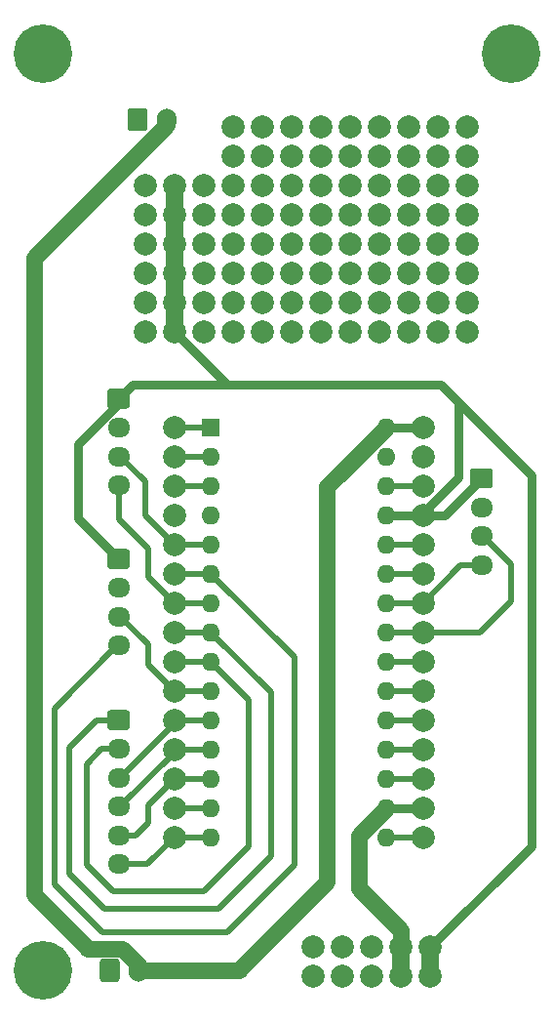
<source format=gbr>
G04 #@! TF.GenerationSoftware,KiCad,Pcbnew,(5.1.4)-1*
G04 #@! TF.CreationDate,2020-02-11T18:39:35-06:00*
G04 #@! TF.ProjectId,ArduinoBreakoutboardControl,41726475-696e-46f4-9272-65616b6f7574,rev?*
G04 #@! TF.SameCoordinates,Original*
G04 #@! TF.FileFunction,Copper,L1,Top*
G04 #@! TF.FilePolarity,Positive*
%FSLAX46Y46*%
G04 Gerber Fmt 4.6, Leading zero omitted, Abs format (unit mm)*
G04 Created by KiCad (PCBNEW (5.1.4)-1) date 2020-02-11 18:39:35*
%MOMM*%
%LPD*%
G04 APERTURE LIST*
%ADD10C,1.998980*%
%ADD11O,1.950000X1.700000*%
%ADD12C,0.100000*%
%ADD13C,1.700000*%
%ADD14O,1.600000X1.600000*%
%ADD15R,1.600000X1.600000*%
%ADD16O,1.700000X2.000000*%
%ADD17C,5.080000*%
%ADD18C,0.500000*%
%ADD19C,0.457200*%
%ADD20C,1.397000*%
%ADD21C,0.762000*%
%ADD22C,1.524000*%
G04 APERTURE END LIST*
D10*
X140970000Y-86995000D03*
D11*
X136144000Y-90685000D03*
X136144000Y-88185000D03*
X136144000Y-85685000D03*
D12*
G36*
X136893504Y-82336204D02*
G01*
X136917773Y-82339804D01*
X136941571Y-82345765D01*
X136964671Y-82354030D01*
X136986849Y-82364520D01*
X137007893Y-82377133D01*
X137027598Y-82391747D01*
X137045777Y-82408223D01*
X137062253Y-82426402D01*
X137076867Y-82446107D01*
X137089480Y-82467151D01*
X137099970Y-82489329D01*
X137108235Y-82512429D01*
X137114196Y-82536227D01*
X137117796Y-82560496D01*
X137119000Y-82585000D01*
X137119000Y-83785000D01*
X137117796Y-83809504D01*
X137114196Y-83833773D01*
X137108235Y-83857571D01*
X137099970Y-83880671D01*
X137089480Y-83902849D01*
X137076867Y-83923893D01*
X137062253Y-83943598D01*
X137045777Y-83961777D01*
X137027598Y-83978253D01*
X137007893Y-83992867D01*
X136986849Y-84005480D01*
X136964671Y-84015970D01*
X136941571Y-84024235D01*
X136917773Y-84030196D01*
X136893504Y-84033796D01*
X136869000Y-84035000D01*
X135419000Y-84035000D01*
X135394496Y-84033796D01*
X135370227Y-84030196D01*
X135346429Y-84024235D01*
X135323329Y-84015970D01*
X135301151Y-84005480D01*
X135280107Y-83992867D01*
X135260402Y-83978253D01*
X135242223Y-83961777D01*
X135225747Y-83943598D01*
X135211133Y-83923893D01*
X135198520Y-83902849D01*
X135188030Y-83880671D01*
X135179765Y-83857571D01*
X135173804Y-83833773D01*
X135170204Y-83809504D01*
X135169000Y-83785000D01*
X135169000Y-82585000D01*
X135170204Y-82560496D01*
X135173804Y-82536227D01*
X135179765Y-82512429D01*
X135188030Y-82489329D01*
X135198520Y-82467151D01*
X135211133Y-82446107D01*
X135225747Y-82426402D01*
X135242223Y-82408223D01*
X135260402Y-82391747D01*
X135280107Y-82377133D01*
X135301151Y-82364520D01*
X135323329Y-82354030D01*
X135346429Y-82345765D01*
X135370227Y-82339804D01*
X135394496Y-82336204D01*
X135419000Y-82335000D01*
X136869000Y-82335000D01*
X136893504Y-82336204D01*
X136893504Y-82336204D01*
G37*
D13*
X136144000Y-83185000D03*
D14*
X159385000Y-107315000D03*
X144145000Y-107315000D03*
X159385000Y-71755000D03*
X144145000Y-104775000D03*
X159385000Y-74295000D03*
X144145000Y-102235000D03*
X159385000Y-76835000D03*
X144145000Y-99695000D03*
X159385000Y-79375000D03*
X144145000Y-97155000D03*
X159385000Y-81915000D03*
X144145000Y-94615000D03*
X159385000Y-84455000D03*
X144145000Y-92075000D03*
X159385000Y-86995000D03*
X144145000Y-89535000D03*
X159385000Y-89535000D03*
X144145000Y-86995000D03*
X159385000Y-92075000D03*
X144145000Y-84455000D03*
X159385000Y-94615000D03*
X144145000Y-81915000D03*
X159385000Y-97155000D03*
X144145000Y-79375000D03*
X159385000Y-99695000D03*
X144145000Y-76835000D03*
X159385000Y-102235000D03*
X144145000Y-74295000D03*
X159385000Y-104775000D03*
D15*
X144145000Y-71755000D03*
D10*
X166370000Y-55880000D03*
X161290000Y-60960000D03*
X161290000Y-55880000D03*
X161290000Y-48260000D03*
X158750000Y-45720000D03*
X156210000Y-45720000D03*
X153670000Y-45720000D03*
X151130000Y-45720000D03*
X163830000Y-53340000D03*
X166370000Y-48260000D03*
X166370000Y-53340000D03*
X163830000Y-63500000D03*
X163830000Y-60960000D03*
X163830000Y-55880000D03*
X163830000Y-50800000D03*
X163830000Y-45720000D03*
X166370000Y-60960000D03*
X166370000Y-58420000D03*
X166370000Y-50800000D03*
X166370000Y-63500000D03*
X166370000Y-45720000D03*
X163830000Y-58420000D03*
X163830000Y-48260000D03*
X161290000Y-63500000D03*
X161290000Y-58420000D03*
X161290000Y-53340000D03*
X161290000Y-50800000D03*
X161290000Y-45720000D03*
X158750000Y-48260000D03*
X156210000Y-48260000D03*
X153670000Y-48260000D03*
X151130000Y-48260000D03*
X148590000Y-45720000D03*
X146050000Y-48260000D03*
X146050000Y-45720000D03*
X158750000Y-63500000D03*
X158750000Y-53340000D03*
X158750000Y-50800000D03*
X156210000Y-63500000D03*
X148590000Y-48260000D03*
X156210000Y-60960000D03*
X156210000Y-58420000D03*
X156210000Y-55880000D03*
X156210000Y-53340000D03*
X158750000Y-55880000D03*
X158750000Y-58420000D03*
X156210000Y-50800000D03*
X158750000Y-60960000D03*
X148590000Y-50800000D03*
X153670000Y-60960000D03*
X146050000Y-63500000D03*
X146050000Y-60960000D03*
X146050000Y-53340000D03*
X146050000Y-55880000D03*
X151130000Y-50800000D03*
X146050000Y-50800000D03*
X143510000Y-60960000D03*
X143510000Y-50800000D03*
X153670000Y-63500000D03*
X153670000Y-50800000D03*
X151130000Y-60960000D03*
X153670000Y-58420000D03*
X153670000Y-55880000D03*
X153670000Y-53340000D03*
X151130000Y-63500000D03*
X151130000Y-55880000D03*
X151130000Y-53340000D03*
X148590000Y-58420000D03*
X148590000Y-55880000D03*
X148590000Y-53340000D03*
X148590000Y-60960000D03*
X143510000Y-63500000D03*
X146050000Y-58420000D03*
X143510000Y-58420000D03*
X151130000Y-58420000D03*
X148590000Y-63500000D03*
X143510000Y-55880000D03*
X143510000Y-53340000D03*
X140970000Y-50800000D03*
X140970000Y-53340000D03*
X138430000Y-63500000D03*
X138430000Y-60960000D03*
X138430000Y-58420000D03*
X140970000Y-60960000D03*
X140970000Y-58420000D03*
X140970000Y-55880000D03*
X140970000Y-63500000D03*
X138430000Y-50800000D03*
X138430000Y-53340000D03*
X138430000Y-55880000D03*
D11*
X136144000Y-109655000D03*
X136144000Y-107155000D03*
X136144000Y-104655000D03*
X136144000Y-102155000D03*
X136144000Y-99655000D03*
D12*
G36*
X136893504Y-96306204D02*
G01*
X136917773Y-96309804D01*
X136941571Y-96315765D01*
X136964671Y-96324030D01*
X136986849Y-96334520D01*
X137007893Y-96347133D01*
X137027598Y-96361747D01*
X137045777Y-96378223D01*
X137062253Y-96396402D01*
X137076867Y-96416107D01*
X137089480Y-96437151D01*
X137099970Y-96459329D01*
X137108235Y-96482429D01*
X137114196Y-96506227D01*
X137117796Y-96530496D01*
X137119000Y-96555000D01*
X137119000Y-97755000D01*
X137117796Y-97779504D01*
X137114196Y-97803773D01*
X137108235Y-97827571D01*
X137099970Y-97850671D01*
X137089480Y-97872849D01*
X137076867Y-97893893D01*
X137062253Y-97913598D01*
X137045777Y-97931777D01*
X137027598Y-97948253D01*
X137007893Y-97962867D01*
X136986849Y-97975480D01*
X136964671Y-97985970D01*
X136941571Y-97994235D01*
X136917773Y-98000196D01*
X136893504Y-98003796D01*
X136869000Y-98005000D01*
X135419000Y-98005000D01*
X135394496Y-98003796D01*
X135370227Y-98000196D01*
X135346429Y-97994235D01*
X135323329Y-97985970D01*
X135301151Y-97975480D01*
X135280107Y-97962867D01*
X135260402Y-97948253D01*
X135242223Y-97931777D01*
X135225747Y-97913598D01*
X135211133Y-97893893D01*
X135198520Y-97872849D01*
X135188030Y-97850671D01*
X135179765Y-97827571D01*
X135173804Y-97803773D01*
X135170204Y-97779504D01*
X135169000Y-97755000D01*
X135169000Y-96555000D01*
X135170204Y-96530496D01*
X135173804Y-96506227D01*
X135179765Y-96482429D01*
X135188030Y-96459329D01*
X135198520Y-96437151D01*
X135211133Y-96416107D01*
X135225747Y-96396402D01*
X135242223Y-96378223D01*
X135260402Y-96361747D01*
X135280107Y-96347133D01*
X135301151Y-96334520D01*
X135323329Y-96324030D01*
X135346429Y-96315765D01*
X135370227Y-96309804D01*
X135394496Y-96306204D01*
X135419000Y-96305000D01*
X136869000Y-96305000D01*
X136893504Y-96306204D01*
X136893504Y-96306204D01*
G37*
D13*
X136144000Y-97155000D03*
D16*
X137882000Y-118872000D03*
D12*
G36*
X136006504Y-117873204D02*
G01*
X136030773Y-117876804D01*
X136054571Y-117882765D01*
X136077671Y-117891030D01*
X136099849Y-117901520D01*
X136120893Y-117914133D01*
X136140598Y-117928747D01*
X136158777Y-117945223D01*
X136175253Y-117963402D01*
X136189867Y-117983107D01*
X136202480Y-118004151D01*
X136212970Y-118026329D01*
X136221235Y-118049429D01*
X136227196Y-118073227D01*
X136230796Y-118097496D01*
X136232000Y-118122000D01*
X136232000Y-119622000D01*
X136230796Y-119646504D01*
X136227196Y-119670773D01*
X136221235Y-119694571D01*
X136212970Y-119717671D01*
X136202480Y-119739849D01*
X136189867Y-119760893D01*
X136175253Y-119780598D01*
X136158777Y-119798777D01*
X136140598Y-119815253D01*
X136120893Y-119829867D01*
X136099849Y-119842480D01*
X136077671Y-119852970D01*
X136054571Y-119861235D01*
X136030773Y-119867196D01*
X136006504Y-119870796D01*
X135982000Y-119872000D01*
X134782000Y-119872000D01*
X134757496Y-119870796D01*
X134733227Y-119867196D01*
X134709429Y-119861235D01*
X134686329Y-119852970D01*
X134664151Y-119842480D01*
X134643107Y-119829867D01*
X134623402Y-119815253D01*
X134605223Y-119798777D01*
X134588747Y-119780598D01*
X134574133Y-119760893D01*
X134561520Y-119739849D01*
X134551030Y-119717671D01*
X134542765Y-119694571D01*
X134536804Y-119670773D01*
X134533204Y-119646504D01*
X134532000Y-119622000D01*
X134532000Y-118122000D01*
X134533204Y-118097496D01*
X134536804Y-118073227D01*
X134542765Y-118049429D01*
X134551030Y-118026329D01*
X134561520Y-118004151D01*
X134574133Y-117983107D01*
X134588747Y-117963402D01*
X134605223Y-117945223D01*
X134623402Y-117928747D01*
X134643107Y-117914133D01*
X134664151Y-117901520D01*
X134686329Y-117891030D01*
X134709429Y-117882765D01*
X134733227Y-117876804D01*
X134757496Y-117873204D01*
X134782000Y-117872000D01*
X135982000Y-117872000D01*
X136006504Y-117873204D01*
X136006504Y-117873204D01*
G37*
D13*
X135382000Y-118872000D03*
D10*
X162560000Y-89535000D03*
D11*
X167640000Y-83700000D03*
X167640000Y-81200000D03*
X167640000Y-78700000D03*
D12*
G36*
X168389504Y-75351204D02*
G01*
X168413773Y-75354804D01*
X168437571Y-75360765D01*
X168460671Y-75369030D01*
X168482849Y-75379520D01*
X168503893Y-75392133D01*
X168523598Y-75406747D01*
X168541777Y-75423223D01*
X168558253Y-75441402D01*
X168572867Y-75461107D01*
X168585480Y-75482151D01*
X168595970Y-75504329D01*
X168604235Y-75527429D01*
X168610196Y-75551227D01*
X168613796Y-75575496D01*
X168615000Y-75600000D01*
X168615000Y-76800000D01*
X168613796Y-76824504D01*
X168610196Y-76848773D01*
X168604235Y-76872571D01*
X168595970Y-76895671D01*
X168585480Y-76917849D01*
X168572867Y-76938893D01*
X168558253Y-76958598D01*
X168541777Y-76976777D01*
X168523598Y-76993253D01*
X168503893Y-77007867D01*
X168482849Y-77020480D01*
X168460671Y-77030970D01*
X168437571Y-77039235D01*
X168413773Y-77045196D01*
X168389504Y-77048796D01*
X168365000Y-77050000D01*
X166915000Y-77050000D01*
X166890496Y-77048796D01*
X166866227Y-77045196D01*
X166842429Y-77039235D01*
X166819329Y-77030970D01*
X166797151Y-77020480D01*
X166776107Y-77007867D01*
X166756402Y-76993253D01*
X166738223Y-76976777D01*
X166721747Y-76958598D01*
X166707133Y-76938893D01*
X166694520Y-76917849D01*
X166684030Y-76895671D01*
X166675765Y-76872571D01*
X166669804Y-76848773D01*
X166666204Y-76824504D01*
X166665000Y-76800000D01*
X166665000Y-75600000D01*
X166666204Y-75575496D01*
X166669804Y-75551227D01*
X166675765Y-75527429D01*
X166684030Y-75504329D01*
X166694520Y-75482151D01*
X166707133Y-75461107D01*
X166721747Y-75441402D01*
X166738223Y-75423223D01*
X166756402Y-75406747D01*
X166776107Y-75392133D01*
X166797151Y-75379520D01*
X166819329Y-75369030D01*
X166842429Y-75360765D01*
X166866227Y-75354804D01*
X166890496Y-75351204D01*
X166915000Y-75350000D01*
X168365000Y-75350000D01*
X168389504Y-75351204D01*
X168389504Y-75351204D01*
G37*
D13*
X167640000Y-76200000D03*
D10*
X162560000Y-74295000D03*
X158115000Y-116840000D03*
X140970000Y-104775000D03*
X163195000Y-116840000D03*
X153035000Y-116840000D03*
X140970000Y-97155000D03*
X140970000Y-89535000D03*
X140970000Y-84455000D03*
X155575000Y-116840000D03*
X153035000Y-119380000D03*
X162560000Y-107315000D03*
X162560000Y-92075000D03*
X162560000Y-104775000D03*
X162560000Y-84455000D03*
X162560000Y-94615000D03*
X162560000Y-86995000D03*
X160655000Y-116840000D03*
X163195000Y-119380000D03*
X162560000Y-99695000D03*
X162560000Y-81915000D03*
X158115000Y-119380000D03*
X162560000Y-102235000D03*
X162560000Y-97155000D03*
X155575000Y-119380000D03*
X160655000Y-119380000D03*
X162560000Y-79375000D03*
X162560000Y-76835000D03*
X162560000Y-71755000D03*
X140970000Y-107315000D03*
X140970000Y-102235000D03*
X140970000Y-99695000D03*
X140970000Y-94615000D03*
X140970000Y-92075000D03*
X140970000Y-76835000D03*
X140970000Y-71755000D03*
X140970000Y-79375000D03*
X140970000Y-74295000D03*
D11*
X136144000Y-76795000D03*
X136144000Y-74295000D03*
X136144000Y-71795000D03*
D12*
G36*
X136893594Y-68446203D02*
G01*
X136917853Y-68449802D01*
X136941642Y-68455761D01*
X136964733Y-68464023D01*
X136986902Y-68474508D01*
X137007937Y-68487116D01*
X137027635Y-68501725D01*
X137045806Y-68518194D01*
X137062275Y-68536365D01*
X137076884Y-68556063D01*
X137089492Y-68577098D01*
X137099977Y-68599267D01*
X137108239Y-68622358D01*
X137114198Y-68646147D01*
X137117797Y-68670406D01*
X137119000Y-68694900D01*
X137119000Y-69895100D01*
X137117797Y-69919594D01*
X137114198Y-69943853D01*
X137108239Y-69967642D01*
X137099977Y-69990733D01*
X137089492Y-70012902D01*
X137076884Y-70033937D01*
X137062275Y-70053635D01*
X137045806Y-70071806D01*
X137027635Y-70088275D01*
X137007937Y-70102884D01*
X136986902Y-70115492D01*
X136964733Y-70125977D01*
X136941642Y-70134239D01*
X136917853Y-70140198D01*
X136893594Y-70143797D01*
X136869100Y-70145000D01*
X135418900Y-70145000D01*
X135394406Y-70143797D01*
X135370147Y-70140198D01*
X135346358Y-70134239D01*
X135323267Y-70125977D01*
X135301098Y-70115492D01*
X135280063Y-70102884D01*
X135260365Y-70088275D01*
X135242194Y-70071806D01*
X135225725Y-70053635D01*
X135211116Y-70033937D01*
X135198508Y-70012902D01*
X135188023Y-69990733D01*
X135179761Y-69967642D01*
X135173802Y-69943853D01*
X135170203Y-69919594D01*
X135169000Y-69895100D01*
X135169000Y-68694900D01*
X135170203Y-68670406D01*
X135173802Y-68646147D01*
X135179761Y-68622358D01*
X135188023Y-68599267D01*
X135198508Y-68577098D01*
X135211116Y-68556063D01*
X135225725Y-68536365D01*
X135242194Y-68518194D01*
X135260365Y-68501725D01*
X135280063Y-68487116D01*
X135301098Y-68474508D01*
X135323267Y-68464023D01*
X135346358Y-68455761D01*
X135370147Y-68449802D01*
X135394406Y-68446203D01*
X135418900Y-68445000D01*
X136869100Y-68445000D01*
X136893594Y-68446203D01*
X136893594Y-68446203D01*
G37*
D13*
X136144000Y-69295000D03*
D10*
X140970000Y-81915000D03*
D16*
X140295000Y-45085000D03*
D12*
G36*
X138419504Y-44086204D02*
G01*
X138443773Y-44089804D01*
X138467571Y-44095765D01*
X138490671Y-44104030D01*
X138512849Y-44114520D01*
X138533893Y-44127133D01*
X138553598Y-44141747D01*
X138571777Y-44158223D01*
X138588253Y-44176402D01*
X138602867Y-44196107D01*
X138615480Y-44217151D01*
X138625970Y-44239329D01*
X138634235Y-44262429D01*
X138640196Y-44286227D01*
X138643796Y-44310496D01*
X138645000Y-44335000D01*
X138645000Y-45835000D01*
X138643796Y-45859504D01*
X138640196Y-45883773D01*
X138634235Y-45907571D01*
X138625970Y-45930671D01*
X138615480Y-45952849D01*
X138602867Y-45973893D01*
X138588253Y-45993598D01*
X138571777Y-46011777D01*
X138553598Y-46028253D01*
X138533893Y-46042867D01*
X138512849Y-46055480D01*
X138490671Y-46065970D01*
X138467571Y-46074235D01*
X138443773Y-46080196D01*
X138419504Y-46083796D01*
X138395000Y-46085000D01*
X137195000Y-46085000D01*
X137170496Y-46083796D01*
X137146227Y-46080196D01*
X137122429Y-46074235D01*
X137099329Y-46065970D01*
X137077151Y-46055480D01*
X137056107Y-46042867D01*
X137036402Y-46028253D01*
X137018223Y-46011777D01*
X137001747Y-45993598D01*
X136987133Y-45973893D01*
X136974520Y-45952849D01*
X136964030Y-45930671D01*
X136955765Y-45907571D01*
X136949804Y-45883773D01*
X136946204Y-45859504D01*
X136945000Y-45835000D01*
X136945000Y-44335000D01*
X136946204Y-44310496D01*
X136949804Y-44286227D01*
X136955765Y-44262429D01*
X136964030Y-44239329D01*
X136974520Y-44217151D01*
X136987133Y-44196107D01*
X137001747Y-44176402D01*
X137018223Y-44158223D01*
X137036402Y-44141747D01*
X137056107Y-44127133D01*
X137077151Y-44114520D01*
X137099329Y-44104030D01*
X137122429Y-44095765D01*
X137146227Y-44089804D01*
X137170496Y-44086204D01*
X137195000Y-44085000D01*
X138395000Y-44085000D01*
X138419504Y-44086204D01*
X138419504Y-44086204D01*
G37*
D13*
X137795000Y-45085000D03*
D17*
X170180000Y-39370000D03*
X129540000Y-39370000D03*
X129540000Y-118872000D03*
D18*
X159385000Y-107315000D02*
X162560000Y-107315000D01*
X138630000Y-109655000D02*
X140970000Y-107315000D01*
X136144000Y-109655000D02*
X138630000Y-109655000D01*
X140970000Y-107315000D02*
X144145000Y-107315000D01*
D19*
X140295000Y-45085000D02*
X140295000Y-44935000D01*
D20*
X140295000Y-45085000D02*
X140295000Y-44871000D01*
X140295000Y-45085000D02*
X140295000Y-45559242D01*
X140295000Y-45559242D02*
X128778000Y-57076242D01*
X128778000Y-57076242D02*
X128778000Y-112268000D01*
X137882000Y-118397758D02*
X137882000Y-118872000D01*
X128778000Y-112268000D02*
X133483490Y-116973490D01*
X133483490Y-116973490D02*
X136457732Y-116973490D01*
X136457732Y-116973490D02*
X137882000Y-118397758D01*
X155194000Y-75946000D02*
X159385000Y-71755000D01*
X137882000Y-118872000D02*
X146558000Y-118872000D01*
X154241500Y-76898500D02*
X155194000Y-75946000D01*
X154241500Y-111188500D02*
X154241500Y-76898500D01*
X146558000Y-118872000D02*
X154241500Y-111188500D01*
D21*
X162560000Y-71755000D02*
X159385000Y-71755000D01*
D18*
X140970000Y-104775000D02*
X144145000Y-104775000D01*
X137619000Y-107155000D02*
X138684000Y-106090000D01*
X136144000Y-107155000D02*
X137619000Y-107155000D01*
X138684000Y-104521000D02*
X140970000Y-102235000D01*
X138684000Y-106090000D02*
X138684000Y-104521000D01*
X140970000Y-102235000D02*
X144145000Y-102235000D01*
X159385000Y-76835000D02*
X162560000Y-76835000D01*
X140970000Y-99954000D02*
X140970000Y-99695000D01*
X136269000Y-104655000D02*
X140970000Y-99954000D01*
X136144000Y-104655000D02*
X136269000Y-104655000D01*
X140970000Y-99695000D02*
X144145000Y-99695000D01*
D22*
X140970000Y-63500000D02*
X140970000Y-60960000D01*
X140970000Y-58420000D02*
X140970000Y-60960000D01*
X140970000Y-58420000D02*
X140970000Y-55880000D01*
X140970000Y-55880000D02*
X140970000Y-53340000D01*
X140970000Y-53340000D02*
X140970000Y-50800000D01*
X163195000Y-116840000D02*
X163195000Y-119380000D01*
D21*
X164465000Y-79375000D02*
X167640000Y-76200000D01*
X162560000Y-79375000D02*
X164465000Y-79375000D01*
X162560000Y-79174128D02*
X165608000Y-76126128D01*
X162560000Y-79375000D02*
X162560000Y-79174128D01*
X145542000Y-68072000D02*
X140970000Y-63500000D01*
X161216128Y-68072000D02*
X145542000Y-68072000D01*
X137367000Y-68072000D02*
X136144000Y-69295000D01*
X145542000Y-68072000D02*
X137367000Y-68072000D01*
X136144000Y-69646247D02*
X132588000Y-73202247D01*
X136144000Y-69295000D02*
X136144000Y-69646247D01*
X132588000Y-79629000D02*
X136144000Y-83185000D01*
X132588000Y-73202247D02*
X132588000Y-79629000D01*
X163195000Y-116840000D02*
X171958000Y-108077000D01*
X165608000Y-76126128D02*
X165608000Y-69596000D01*
X164084000Y-68072000D02*
X161216128Y-68072000D01*
X165608000Y-69596000D02*
X164084000Y-68072000D01*
X171958000Y-75946000D02*
X165608000Y-69596000D01*
X171958000Y-108077000D02*
X171958000Y-75946000D01*
X159385000Y-79375000D02*
X162560000Y-79375000D01*
D18*
X140970000Y-97454000D02*
X140970000Y-97155000D01*
X136269000Y-102155000D02*
X140970000Y-97454000D01*
X136144000Y-102155000D02*
X136269000Y-102155000D01*
X140970000Y-97155000D02*
X144145000Y-97155000D01*
X159385000Y-81915000D02*
X162560000Y-81915000D01*
X136269000Y-88185000D02*
X138684000Y-90600000D01*
X136144000Y-88185000D02*
X136269000Y-88185000D01*
X138684000Y-92329000D02*
X140970000Y-94615000D01*
X138684000Y-90600000D02*
X138684000Y-92329000D01*
X140970000Y-94615000D02*
X144145000Y-94615000D01*
X159385000Y-84455000D02*
X162560000Y-84455000D01*
X136144000Y-99655000D02*
X136144000Y-99469966D01*
X136019000Y-99655000D02*
X136144000Y-99655000D01*
X135932000Y-99568000D02*
X136019000Y-99655000D01*
X135890000Y-99568000D02*
X135932000Y-99568000D01*
X147447000Y-108077000D02*
X147447000Y-95377000D01*
X143510000Y-112014000D02*
X147447000Y-108077000D01*
X135636000Y-112014000D02*
X143510000Y-112014000D01*
X144145000Y-92075000D02*
X147447000Y-95377000D01*
X136144000Y-99655000D02*
X134669000Y-99655000D01*
X134669000Y-99655000D02*
X133350000Y-100974000D01*
X133350000Y-100974000D02*
X133350000Y-109728000D01*
X133350000Y-109728000D02*
X135636000Y-112014000D01*
X140970000Y-92075000D02*
X144145000Y-92075000D01*
X165855000Y-83700000D02*
X162560000Y-86995000D01*
X167640000Y-83700000D02*
X165855000Y-83700000D01*
X159385000Y-86995000D02*
X162560000Y-86995000D01*
X136144000Y-97155000D02*
X134239000Y-97155000D01*
X134239000Y-97155000D02*
X131826000Y-99568000D01*
X131826000Y-99568000D02*
X131826000Y-110490000D01*
X131826000Y-110490000D02*
X134874000Y-113538000D01*
X134874000Y-113538000D02*
X144780000Y-113538000D01*
X144780000Y-113538000D02*
X149352000Y-108966000D01*
X149352000Y-94742000D02*
X144145000Y-89535000D01*
X149352000Y-108966000D02*
X149352000Y-94742000D01*
X140970000Y-89535000D02*
X144145000Y-89535000D01*
D19*
X167640000Y-81200000D02*
X167640000Y-81766773D01*
D18*
X167515000Y-81200000D02*
X167640000Y-81200000D01*
X162560000Y-89535000D02*
X167513000Y-89535000D01*
X167513000Y-89535000D02*
X170180000Y-86868000D01*
X167765000Y-81200000D02*
X167640000Y-81200000D01*
X170180000Y-83615000D02*
X167765000Y-81200000D01*
X170180000Y-86868000D02*
X170180000Y-83615000D01*
X159385000Y-89535000D02*
X162560000Y-89535000D01*
X136144000Y-76795000D02*
X136144000Y-79756000D01*
X136144000Y-79756000D02*
X138684000Y-82296000D01*
X138684000Y-84709000D02*
X140970000Y-86995000D01*
X138684000Y-82296000D02*
X138684000Y-84709000D01*
X140970000Y-86995000D02*
X144145000Y-86995000D01*
X159385000Y-92075000D02*
X162560000Y-92075000D01*
X136144000Y-90685000D02*
X136269000Y-90685000D01*
X151384000Y-91694000D02*
X144145000Y-84455000D01*
X136019000Y-90685000D02*
X130556000Y-96148000D01*
X136144000Y-90685000D02*
X136019000Y-90685000D01*
X130556000Y-111379000D02*
X134747000Y-115570000D01*
X130556000Y-96148000D02*
X130556000Y-111379000D01*
X145542000Y-115570000D02*
X151384000Y-109728000D01*
X134747000Y-115570000D02*
X145542000Y-115570000D01*
X151384000Y-109728000D02*
X151384000Y-91694000D01*
X140970000Y-84455000D02*
X144145000Y-84455000D01*
X159385000Y-94615000D02*
X162560000Y-94615000D01*
X136269000Y-74295000D02*
X138430000Y-76456000D01*
X136144000Y-74295000D02*
X136269000Y-74295000D01*
X138430000Y-79375000D02*
X140970000Y-81915000D01*
X138430000Y-76456000D02*
X138430000Y-79375000D01*
X140970000Y-81915000D02*
X144145000Y-81915000D01*
X159385000Y-97155000D02*
X162560000Y-97155000D01*
X159385000Y-99695000D02*
X162560000Y-99695000D01*
X140970000Y-76835000D02*
X144145000Y-76835000D01*
X159385000Y-102235000D02*
X162560000Y-102235000D01*
X140970000Y-74295000D02*
X144145000Y-74295000D01*
D22*
X160655000Y-116840000D02*
X160655000Y-119380000D01*
D20*
X159385000Y-104775000D02*
X156972000Y-107188000D01*
X160655000Y-115426508D02*
X160655000Y-116840000D01*
X156972000Y-107188000D02*
X156972000Y-111743508D01*
X156972000Y-111743508D02*
X160655000Y-115426508D01*
D21*
X159385000Y-104775000D02*
X162560000Y-104775000D01*
D18*
X140970000Y-71755000D02*
X144145000Y-71755000D01*
M02*

</source>
